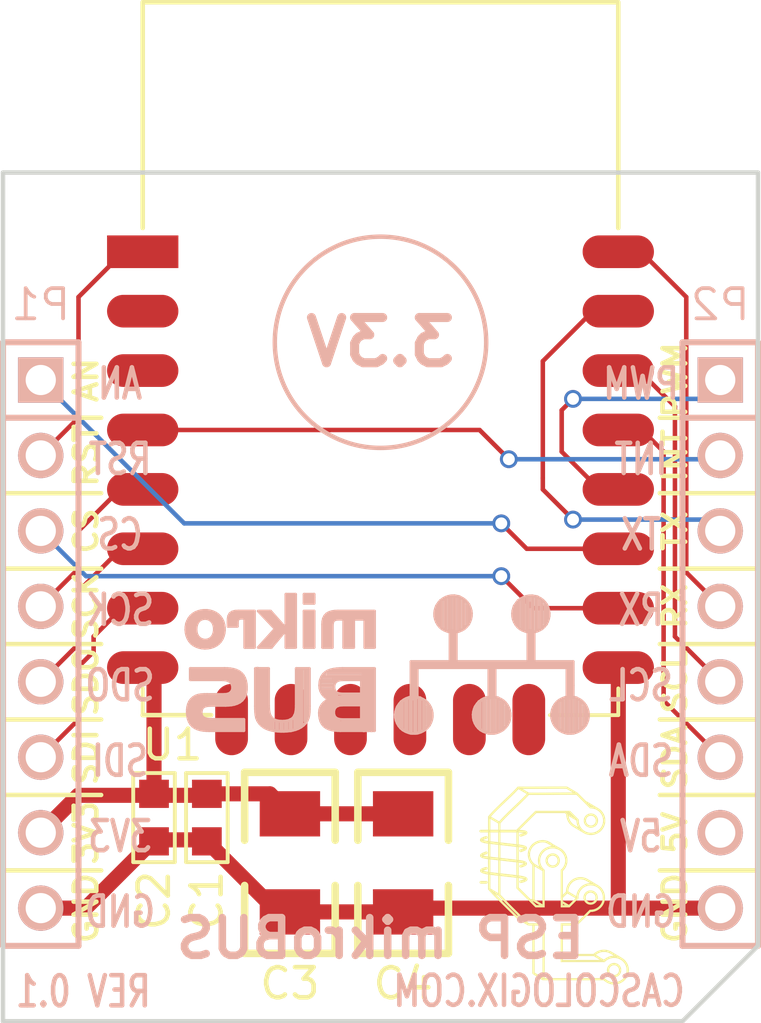
<source format=kicad_pcb>
(kicad_pcb (version 4) (host pcbnew 4.0.4-stable)
  (title_block (title "ESP mikroBUS Module") (date 2016-11-28) (rev 0.1) (company "Casco Logix, LLC"))
  (layers (0 F.Cu signal) (31 B.Cu signal) (34 B.Paste user) (35 F.Paste user) (36 B.SilkS user) (37 F.SilkS user) (38 B.Mask user) (39 F.Mask user) (44 Edge.Cuts user))
  (net 0 "")
  (net 1 +3.3V)
  (net 2 GND)
  (net 3 MOSI)
  (net 4 SCK)
  (net 5 CS)
  (net 6 RST)
  (net 7 AN)
  (net 8 MISO)
  (net 9 SDA)
  (net 10 TX)
  (net 11 RX)
  (net 12 INT)
  (net 13 PWM)
  (net 14 +5V)
  (net 15 SCL)
  (net 16 "Net-(U1-Pad9)")
  (net 17 "Net-(U1-Pad10)")
  (net 18 "Net-(U1-Pad11)")
  (net 19 "Net-(U1-Pad12)")
  (net 20 "Net-(U1-Pad13)")
  (net 21 "Net-(U1-Pad14)")
  (net 22 "Net-(U1-Pad2)")
  (net 23 "Net-(U1-Pad3)")
  (module Header:HEADER_M_2.54MM_1R8P_ST_AU_PTH (layer B.Cu) (at 135.128 113.665 270)
    (fp_text reference P2 (at -11.43 0 360) (layer B.SilkS) (effects (font (size 1.016 1.016) (thickness 0.127)) (justify mirror)))
    (fp_text value HEADER_M_2.54MM_1R8P_ST_AU_PTH hide)
    (pad 6 thru_hole circle (at 3.81 0 270) (size 1.524 1.524) (drill 1.016) (layers *.Cu *.Mask B.SilkS) (net 9 SDA))
    (pad 4 thru_hole circle (at -1.27 0 270) (size 1.524 1.524) (drill 1.016) (layers *.Cu *.Mask B.SilkS) (net 10 TX))
    (pad 3 thru_hole circle (at -3.81 0 270) (size 1.524 1.524) (drill 1.016) (layers *.Cu *.Mask B.SilkS) (net 11 RX))
    (pad 2 thru_hole circle (at -6.35 0 270) (size 1.524 1.524) (drill 1.016) (layers *.Cu *.Mask B.SilkS) (net 12 INT))
    (pad 1 thru_hole rect (at -8.89 0 270) (size 1.524 1.524) (drill 1.016) (layers *.Cu *.Mask B.SilkS) (net 13 PWM))
    (pad 7 thru_hole circle (at 6.35 0 270) (size 1.524 1.524) (drill 1.016) (layers *.Cu *.Mask B.SilkS) (net 14 +5V))
    (pad 8 thru_hole circle (at 8.89 0 270) (size 1.524 1.524) (drill 1.016) (layers *.Cu *.Mask B.SilkS) (net 2 GND))
    (pad 5 thru_hole circle (at 1.27 0 270) (size 1.524 1.524) (drill 1.016) (layers *.Cu *.Mask B.SilkS) (net 15 SCL))
  )
  (module Header:HEADER_M_2.54MM_1R8P_ST_AU_PTH (layer B.Cu) (at 112.268 113.665 270)
    (fp_text reference P1 (at -11.43 0 360) (layer B.SilkS) (effects (font (size 1.016 1.016) (thickness 0.127)) (justify mirror)))
    (fp_text value HEADER_M_2.54MM_1R8P_ST_AU_PTH hide)
    (pad 6 thru_hole circle (at 3.81 0 270) (size 1.524 1.524) (drill 1.016) (layers *.Cu *.Mask B.SilkS) (net 3 MOSI))
    (pad 4 thru_hole circle (at -1.27 0 270) (size 1.524 1.524) (drill 1.016) (layers *.Cu *.Mask B.SilkS) (net 4 SCK))
    (pad 3 thru_hole circle (at -3.81 0 270) (size 1.524 1.524) (drill 1.016) (layers *.Cu *.Mask B.SilkS) (net 5 CS))
    (pad 2 thru_hole circle (at -6.35 0 270) (size 1.524 1.524) (drill 1.016) (layers *.Cu *.Mask B.SilkS) (net 6 RST))
    (pad 1 thru_hole rect (at -8.89 0 270) (size 1.524 1.524) (drill 1.016) (layers *.Cu *.Mask B.SilkS) (net 7 AN))
    (pad 7 thru_hole circle (at 6.35 0 270) (size 1.524 1.524) (drill 1.016) (layers *.Cu *.Mask B.SilkS) (net 1 +3.3V))
    (pad 8 thru_hole circle (at 8.89 0 270) (size 1.524 1.524) (drill 1.016) (layers *.Cu *.Mask B.SilkS) (net 2 GND))
    (pad 5 thru_hole circle (at 1.27 0 270) (size 1.524 1.524) (drill 1.016) (layers *.Cu *.Mask B.SilkS) (net 8 MISO))
  )
  (module Logo:mikroBUS_Small (layer B.Cu) (at 123.698 114.427 180)
    (fp_text reference "" hide)
    (fp_text value "" hide)
  )
  (module RF_Modules:ESP-12E (layer F.Cu) (at 123.698 100.457)
    (fp_text reference U1 (at -7 16.6) (layer F.SilkS))
    (fp_text value ESP-12E)
    (pad 9 smd oval (at -5.01 15.75 90) (size 2.4 1.1) (layers F.Cu F.Paste F.Mask) (net 16 "Net-(U1-Pad9)"))
    (pad 10 smd oval (at -3.01 15.75 90) (size 2.4 1.1) (layers F.Cu F.Paste F.Mask) (net 17 "Net-(U1-Pad10)"))
    (pad 11 smd oval (at -1.01 15.75 90) (size 2.4 1.1) (layers F.Cu F.Paste F.Mask) (net 18 "Net-(U1-Pad11)"))
    (pad 12 smd oval (at 0.99 15.75 90) (size 2.4 1.1) (layers F.Cu F.Paste F.Mask) (net 19 "Net-(U1-Pad12)"))
    (pad 13 smd oval (at 2.99 15.75 90) (size 2.4 1.1) (layers F.Cu F.Paste F.Mask) (net 20 "Net-(U1-Pad13)"))
    (pad 14 smd oval (at 4.99 15.75 90) (size 2.4 1.1) (layers F.Cu F.Paste F.Mask) (net 21 "Net-(U1-Pad14)"))
    (pad 1 smd rect (at -8 0) (size 2.4 1.1) (layers F.Cu F.Paste F.Mask) (net 6 RST))
    (pad 2 smd oval (at -8 2) (size 2.4 1.1) (layers F.Cu F.Paste F.Mask) (net 22 "Net-(U1-Pad2)"))
    (pad 3 smd oval (at -8 4) (size 2.4 1.1) (layers F.Cu F.Paste F.Mask) (net 23 "Net-(U1-Pad3)"))
    (pad 4 smd oval (at -8 6) (size 2.4 1.1) (layers F.Cu F.Paste F.Mask) (net 12 INT))
    (pad 5 smd oval (at -8 8) (size 2.4 1.1) (layers F.Cu F.Paste F.Mask) (net 4 SCK))
    (pad 6 smd oval (at -8 10) (size 2.4 1.1) (layers F.Cu F.Paste F.Mask) (net 8 MISO))
    (pad 7 smd oval (at -8 12) (size 2.4 1.1) (layers F.Cu F.Paste F.Mask) (net 3 MOSI))
    (pad 8 smd oval (at -8 14) (size 2.4 1.1) (layers F.Cu F.Paste F.Mask) (net 1 +3.3V))
    (pad 15 smd oval (at 8 14) (size 2.4 1.1) (layers F.Cu F.Paste F.Mask) (net 2 GND))
    (pad 16 smd oval (at 8 12) (size 2.4 1.1) (layers F.Cu F.Paste F.Mask) (net 5 CS))
    (pad 17 smd oval (at 8 10) (size 2.4 1.1) (layers F.Cu F.Paste F.Mask) (net 7 AN))
    (pad 18 smd oval (at 8 8) (size 2.4 1.1) (layers F.Cu F.Paste F.Mask) (net 13 PWM))
    (pad 19 smd oval (at 8 6) (size 2.4 1.1) (layers F.Cu F.Paste F.Mask) (net 9 SDA))
    (pad 20 smd oval (at 8 4) (size 2.4 1.1) (layers F.Cu F.Paste F.Mask) (net 15 SCL))
    (pad 21 smd oval (at 8 2) (size 2.4 1.1) (layers F.Cu F.Paste F.Mask) (net 11 RX))
    (pad 22 smd oval (at 8 0) (size 2.4 1.1) (layers F.Cu F.Paste F.Mask) (net 10 TX))
  )
  (module Passive:C0603 (layer F.Cu) (at 117.856 119.507 270)
    (fp_text reference C1 (at 2.794 0 270) (layer F.SilkS) (effects (font (size 1.016 1.016) (thickness 0.1524))))
    (fp_text value 0.1uF)
    (pad 1 smd rect (at -0.8 0 270) (size 0.95 1) (layers F.Cu F.Paste F.Mask) (net 1 +3.3V))
    (pad 2 smd rect (at 0.8 0 270) (size 0.95 1) (layers F.Cu F.Paste F.Mask) (net 2 GND))
  )
  (module Passive:C0603 (layer F.Cu) (at 116.078 119.507 270)
    (fp_text reference C2 (at 2.794 0 270) (layer F.SilkS) (effects (font (size 1.016 1.016) (thickness 0.1524))))
    (fp_text value 1uF)
    (pad 1 smd rect (at -0.8 0 270) (size 0.95 1) (layers F.Cu F.Paste F.Mask) (net 1 +3.3V))
    (pad 2 smd rect (at 0.8 0 270) (size 0.95 1) (layers F.Cu F.Paste F.Mask) (net 2 GND))
  )
  (module Passive:1206 (layer F.Cu) (at 120.65 121.031 270)
    (fp_text reference C3 (at 4.064 0 360) (layer F.SilkS) (effects (font (size 1.016 1.016) (thickness 0.1524))))
    (fp_text value 47uF hide)
    (pad 1 smd rect (at -1.651 0 270) (size 1.524 2.032) (layers F.Cu F.Paste F.Mask) (net 1 +3.3V))
    (pad 2 smd rect (at 1.651 0 270) (size 1.524 2.032) (layers F.Cu F.Paste F.Mask) (net 2 GND))
  )
  (module Passive:1206 (layer F.Cu) (at 124.46 121.031 270)
    (fp_text reference C4 (at 4.064 0 360) (layer F.SilkS) (effects (font (size 1.016 1.016) (thickness 0.1524))))
    (fp_text value 47uF hide)
    (pad 1 smd rect (at -1.651 0 270) (size 1.524 2.032) (layers F.Cu F.Paste F.Mask) (net 1 +3.3V))
    (pad 2 smd rect (at 1.651 0 270) (size 1.524 2.032) (layers F.Cu F.Paste F.Mask) (net 2 GND))
  )
  (module Logo:Casco_Logix_Logo_6x6MM (layer F.Cu) (at 129.54 121.793)
    (fp_text reference G*** hide)
    (fp_text value LOGO_5MM_5MM hide)
  )
  (gr_circle (center 123.698 103.505) (end 127.254 103.505) (layer B.SilkS) (width 0.15))
  (gr_text 3.3V (at 123.698 103.505) (layer B.SilkS) (effects (font (thickness 0.3048)) (justify mirror)))
  (gr_text GND (at 132.461 122.682) (layer B.SilkS) (effects (font (size 1.016 0.762) (thickness 0.1524)) (justify mirror)))
  (gr_text 5V (at 132.461 120.142) (layer B.SilkS) (effects (font (size 1.016 0.762) (thickness 0.1524)) (justify mirror)))
  (gr_text SDA (at 132.461 117.602) (layer B.SilkS) (effects (font (size 1.016 0.762) (thickness 0.1524)) (justify mirror)))
  (gr_text SCL (at 132.461 115.062) (layer B.SilkS) (effects (font (size 1.016 0.762) (thickness 0.1524)) (justify mirror)))
  (gr_text RX (at 132.461 112.522) (layer B.SilkS) (effects (font (size 1.016 0.762) (thickness 0.1524)) (justify mirror)))
  (gr_text TX (at 132.461 109.982) (layer B.SilkS) (effects (font (size 1.016 0.762) (thickness 0.1524)) (justify mirror)))
  (gr_text INT (at 132.461 107.442) (layer B.SilkS) (effects (font (size 1.016 0.762) (thickness 0.1524)) (justify mirror)))
  (gr_text PWM (at 132.461 104.902) (layer B.SilkS) (effects (font (size 1.016 0.762) (thickness 0.1524)) (justify mirror)))
  (gr_text AN (at 114.935 104.902) (layer B.SilkS) (effects (font (size 1.016 0.762) (thickness 0.1524)) (justify mirror)))
  (gr_text RST (at 114.935 107.442) (layer B.SilkS) (effects (font (size 1.016 0.762) (thickness 0.1524)) (justify mirror)))
  (gr_text CS (at 114.935 109.982) (layer B.SilkS) (effects (font (size 1.016 0.762) (thickness 0.1524)) (justify mirror)))
  (gr_text SCK (at 114.935 112.522) (layer B.SilkS) (effects (font (size 1.016 0.762) (thickness 0.1524)) (justify mirror)))
  (gr_text SDO (at 114.935 115.062) (layer B.SilkS) (effects (font (size 1.016 0.762) (thickness 0.1524)) (justify mirror)))
  (gr_text SDI (at 114.935 117.602) (layer B.SilkS) (effects (font (size 1.016 0.762) (thickness 0.1524)) (justify mirror)))
  (gr_text 3V3 (at 114.935 120.142) (layer B.SilkS) (effects (font (size 1.016 0.762) (thickness 0.1524)) (justify mirror)))
  (gr_text GND (at 114.935 122.682) (layer B.SilkS) (effects (font (size 1.016 0.762) (thickness 0.1524)) (justify mirror)))
  (gr_text CASCOLOGIX.COM (at 129.032 125.349) (layer B.SilkS) (effects (font (size 1.016 0.762) (thickness 0.1524)) (justify mirror)))
  (gr_text "REV 0.1" (at 113.698 125.365) (layer B.SilkS) (effects (font (size 1.016 0.762) (thickness 0.1524)) (justify mirror)))
  (gr_text "ESP mikroBUS" (at 123.698 123.571) (layer B.SilkS) (effects (font (size 1.27 1.27) (thickness 0.254)) (justify mirror)))
  (gr_text PWM (at 133.604 104.775 90) (layer F.SilkS) (effects (font (size 0.762 0.762) (thickness 0.1524))))
  (gr_text INT (at 133.604 107.315 90) (layer F.SilkS) (effects (font (size 0.762 0.762) (thickness 0.1524))))
  (gr_text TX (at 133.604 109.855 90) (layer F.SilkS) (effects (font (size 0.762 0.762) (thickness 0.1524))))
  (gr_text RX (at 133.604 112.395 90) (layer F.SilkS) (effects (font (size 0.762 0.762) (thickness 0.1524))))
  (gr_text SCL (at 133.604 114.935 90) (layer F.SilkS) (effects (font (size 0.762 0.762) (thickness 0.1524))))
  (gr_text SDA (at 133.604 117.475 90) (layer F.SilkS) (effects (font (size 0.762 0.762) (thickness 0.1524))))
  (gr_text 5V (at 133.604 120.015 90) (layer F.SilkS) (effects (font (size 0.762 0.762) (thickness 0.1524))))
  (gr_text GND (at 133.604 122.555 90) (layer F.SilkS) (effects (font (size 0.762 0.762) (thickness 0.1524))))
  (gr_text GND (at 113.792 122.555 90) (layer F.SilkS) (effects (font (size 0.762 0.762) (thickness 0.1524))))
  (gr_text 3V3 (at 113.792 120.015 90) (layer F.SilkS) (effects (font (size 0.762 0.762) (thickness 0.1524))))
  (gr_text SDI (at 113.792 117.475 90) (layer F.SilkS) (effects (font (size 0.762 0.762) (thickness 0.1524))))
  (gr_text SDO (at 113.792 114.935 90) (layer F.SilkS) (effects (font (size 0.762 0.762) (thickness 0.1524))))
  (gr_text SCK (at 113.792 112.395 90) (layer F.SilkS) (effects (font (size 0.762 0.762) (thickness 0.1524))))
  (gr_text CS (at 113.792 109.855 90) (layer F.SilkS) (effects (font (size 0.762 0.762) (thickness 0.1524))))
  (gr_text RST (at 113.792 107.315 90) (layer F.SilkS) (effects (font (size 0.762 0.762) (thickness 0.1524))))
  (gr_text AN (at 113.792 104.775 90) (layer F.SilkS) (effects (font (size 0.762 0.762) (thickness 0.1524))))
  (gr_line (start 133.096 106.045) (end 136.398 106.045) (angle 90) (layer F.SilkS) (width 0.15))
  (gr_line (start 133.096 108.585) (end 136.398 108.585) (angle 90) (layer F.SilkS) (width 0.15))
  (gr_line (start 133.096 111.125) (end 136.398 111.125) (angle 90) (layer F.SilkS) (width 0.15))
  (gr_line (start 133.096 113.665) (end 136.398 113.665) (angle 90) (layer F.SilkS) (width 0.15))
  (gr_line (start 133.096 116.205) (end 136.398 116.205) (angle 90) (layer F.SilkS) (width 0.15))
  (gr_line (start 133.096 118.745) (end 136.398 118.745) (angle 90) (layer F.SilkS) (width 0.15))
  (gr_line (start 136.398 121.285) (end 133.096 121.285) (angle 90) (layer F.SilkS) (width 0.15))
  (gr_line (start 110.998 121.285) (end 114.3 121.285) (angle 90) (layer F.SilkS) (width 0.15))
  (gr_line (start 110.998 118.745) (end 114.3 118.745) (angle 90) (layer F.SilkS) (width 0.15))
  (gr_line (start 110.998 113.665) (end 114.3 113.665) (angle 90) (layer F.SilkS) (width 0.15))
  (gr_line (start 110.998 111.125) (end 114.3 111.125) (angle 90) (layer F.SilkS) (width 0.15))
  (gr_line (start 110.998 108.585) (end 114.3 108.585) (angle 90) (layer F.SilkS) (width 0.15))
  (gr_line (start 110.998 106.045) (end 114.3 106.045) (angle 90) (layer F.SilkS) (width 0.15))
  (gr_line (start 110.998 116.205) (end 114.3 116.205) (angle 90) (layer F.SilkS) (width 0.15))
  (gr_line (start 133.858 126.365) (end 110.998 126.365) (angle 90) (layer Edge.Cuts) (width 0.15))
  (gr_line (start 136.398 123.825) (end 133.858 126.365) (angle 90) (layer Edge.Cuts) (width 0.15))
  (gr_line (start 136.398 97.79) (end 136.398 123.825) (angle 90) (layer Edge.Cuts) (width 0.15))
  (gr_line (start 110.998 97.79) (end 110.998 126.365) (angle 90) (layer Edge.Cuts) (width 0.15))
  (gr_line (start 136.398 97.79) (end 110.998 97.79) (angle 90) (layer Edge.Cuts) (width 0.15))
  (segment (start 120.65 119.38) (end 124.46 119.38) (width 0.508) (layer F.Cu) (net 1))
  (segment (start 117.856 118.707) (end 119.977 118.707) (width 0.508) (layer F.Cu) (net 1))
  (segment (start 119.977 118.707) (end 120.65 119.38) (width 0.508) (layer F.Cu) (net 1))
  (segment (start 115.698 114.457) (end 116.078 114.837) (width 0.508) (layer F.Cu) (net 1))
  (segment (start 116.078 114.837) (end 116.078 118.757) (width 0.508) (layer F.Cu) (net 1))
  (segment (start 116.078 118.757) (end 113.526 118.757) (width 0.508) (layer F.Cu) (net 1))
  (segment (start 113.526 118.757) (end 112.268 120.015) (width 0.508) (layer F.Cu) (net 1))
  (segment (start 116.078 118.757) (end 117.856 118.757) (width 0.508) (layer F.Cu) (net 1))
  (segment (start 131.698 114.457) (end 131.698 122.555) (width 0.508) (layer F.Cu) (net 2))
  (segment (start 131.698 122.555) (end 131.572 122.555) (width 0.508) (layer F.Cu) (net 2))
  (segment (start 120.65 122.682) (end 120.231 122.682) (width 0.508) (layer F.Cu) (net 2))
  (segment (start 120.231 122.682) (end 117.856 120.307) (width 0.508) (layer F.Cu) (net 2))
  (segment (start 124.46 122.682) (end 120.65 122.682) (width 0.508) (layer F.Cu) (net 2))
  (segment (start 135.128 122.555) (end 131.572 122.555) (width 0.508) (layer F.Cu) (net 2))
  (segment (start 131.572 122.555) (end 124.587 122.555) (width 0.508) (layer F.Cu) (net 2))
  (segment (start 124.587 122.555) (end 124.46 122.682) (width 0.508) (layer F.Cu) (net 2))
  (segment (start 131.698 114.457) (end 131.572 114.583) (width 0.508) (layer F.Cu) (net 2))
  (segment (start 116.078 120.257) (end 117.856 120.257) (width 0.508) (layer F.Cu) (net 2))
  (segment (start 112.268 122.555) (end 113.78 122.555) (width 0.508) (layer F.Cu) (net 2))
  (segment (start 113.78 122.555) (end 116.078 120.257) (width 0.508) (layer F.Cu) (net 2))
  (segment (start 115.698 112.457) (end 115 112.457) (width 0.1524) (layer F.Cu) (net 3))
  (segment (start 115 112.457) (end 114.046 113.411) (width 0.1524) (layer F.Cu) (net 3))
  (segment (start 114.046 113.411) (end 114.046 113.919) (width 0.1524) (layer F.Cu) (net 3))
  (segment (start 114.046 113.919) (end 113.538 114.427) (width 0.1524) (layer F.Cu) (net 3))
  (segment (start 113.538 114.427) (end 113.538 116.205) (width 0.1524) (layer F.Cu) (net 3))
  (segment (start 113.538 116.205) (end 112.268 117.475) (width 0.1524) (layer F.Cu) (net 3))
  (segment (start 115.698 108.457) (end 114.936 108.457) (width 0.1524) (layer F.Cu) (net 4))
  (segment (start 114.936 108.457) (end 113.538 109.855) (width 0.1524) (layer F.Cu) (net 4))
  (segment (start 113.538 109.855) (end 113.538 111.125) (width 0.1524) (layer F.Cu) (net 4))
  (segment (start 113.538 111.125) (end 112.268 112.395) (width 0.1524) (layer F.Cu) (net 4))
  (segment (start 131.698 112.457) (end 128.84 112.457) (width 0.1524) (layer F.Cu) (net 5))
  (via (at 127.762 111.379) (size 0.6) (drill 0.4) (layers F.Cu B.Cu) (net 5))
  (segment (start 128.84 112.457) (end 127.762 111.379) (width 0.1524) (layer F.Cu) (net 5))
  (segment (start 112.268 109.855) (end 113.792 111.379) (width 0.1524) (layer B.Cu) (net 5))
  (segment (start 113.792 111.379) (end 127.762 111.379) (width 0.1524) (layer B.Cu) (net 5))
  (segment (start 131.126 112.457) (end 131.698 112.457) (width 0.1524) (layer F.Cu) (net 5))
  (segment (start 112.268 107.315) (end 113.538 106.045) (width 0.1524) (layer F.Cu) (net 6))
  (segment (start 113.538 101.981) (end 115.062 100.457) (width 0.1524) (layer F.Cu) (net 6))
  (segment (start 113.538 106.045) (end 113.538 101.981) (width 0.1524) (layer F.Cu) (net 6))
  (segment (start 115.062 100.457) (end 115.698 100.457) (width 0.1524) (layer F.Cu) (net 6))
  (segment (start 131.698 110.457) (end 128.618 110.457) (width 0.1524) (layer F.Cu) (net 7))
  (via (at 127.762 109.601) (size 0.6) (drill 0.4) (layers F.Cu B.Cu) (net 7))
  (segment (start 128.618 110.457) (end 127.762 109.601) (width 0.1524) (layer F.Cu) (net 7))
  (segment (start 131.698 110.457) (end 130.904 110.457) (width 0.1524) (layer F.Cu) (net 7))
  (segment (start 127.762 109.601) (end 117.094 109.601) (width 0.1524) (layer B.Cu) (net 7))
  (segment (start 117.094 109.601) (end 112.268 104.775) (width 0.1524) (layer B.Cu) (net 7))
  (segment (start 115.698 110.457) (end 114.968 110.457) (width 0.1524) (layer F.Cu) (net 8))
  (segment (start 114.968 110.457) (end 113.538 111.887) (width 0.1524) (layer F.Cu) (net 8))
  (segment (start 113.538 111.887) (end 113.538 113.665) (width 0.1524) (layer F.Cu) (net 8))
  (segment (start 113.538 113.665) (end 112.268 114.935) (width 0.1524) (layer F.Cu) (net 8))
  (segment (start 132.492 106.457) (end 133.223 107.188) (width 0.1524) (layer F.Cu) (net 9))
  (segment (start 133.223 115.57) (end 135.128 117.475) (width 0.1524) (layer F.Cu) (net 9))
  (segment (start 133.223 107.188) (end 133.223 115.57) (width 0.1524) (layer F.Cu) (net 9))
  (segment (start 132.492 106.457) (end 131.698 106.457) (width 0.1524) (layer F.Cu) (net 9))
  (segment (start 131.698 106.457) (end 132.111 106.457) (width 0.1524) (layer F.Cu) (net 9))
  (segment (start 131.698 100.457) (end 132.461 100.457) (width 0.1524) (layer F.Cu) (net 10))
  (segment (start 132.461 100.457) (end 133.985 101.981) (width 0.1524) (layer F.Cu) (net 10))
  (segment (start 133.985 111.252) (end 135.128 112.395) (width 0.1524) (layer F.Cu) (net 10))
  (segment (start 133.985 101.981) (end 133.985 111.252) (width 0.1524) (layer F.Cu) (net 10))
  (segment (start 129.159 108.077) (end 129.159 108.458) (width 0.1524) (layer F.Cu) (net 11))
  (segment (start 130.842 102.457) (end 129.159 104.14) (width 0.1524) (layer F.Cu) (net 11))
  (segment (start 129.159 104.14) (end 129.159 108.077) (width 0.1524) (layer F.Cu) (net 11))
  (segment (start 130.175 109.474) (end 134.747 109.474) (width 0.1524) (layer B.Cu) (net 11))
  (via (at 130.175 109.474) (size 0.6) (drill 0.4) (layers F.Cu B.Cu) (net 11))
  (segment (start 129.159 108.458) (end 130.175 109.474) (width 0.1524) (layer F.Cu) (net 11))
  (segment (start 134.747 109.474) (end 135.128 109.855) (width 0.1524) (layer B.Cu) (net 11))
  (segment (start 131.698 102.457) (end 130.842 102.457) (width 0.1524) (layer F.Cu) (net 11))
  (segment (start 128.016 107.442) (end 127.031 106.457) (width 0.1524) (layer F.Cu) (net 12))
  (segment (start 127.031 106.457) (end 115.698 106.457) (width 0.1524) (layer F.Cu) (net 12))
  (segment (start 128.016 107.442) (end 128.016 107.442) (width 0.1524) (layer F.Cu) (net 12))
  (segment (start 128.016 107.442) (end 135.001 107.442) (width 0.1524) (layer B.Cu) (net 12))
  (via (at 128.016 107.442) (size 0.6) (drill 0.4) (layers F.Cu B.Cu) (net 12))
  (segment (start 135.001 107.442) (end 135.128 107.315) (width 0.1524) (layer B.Cu) (net 12))
  (segment (start 129.794 107.188) (end 129.794 105.791) (width 0.1524) (layer F.Cu) (net 13))
  (segment (start 131.063 108.457) (end 129.794 107.188) (width 0.1524) (layer F.Cu) (net 13))
  (segment (start 133.477 105.41) (end 134.493 105.41) (width 0.1524) (layer B.Cu) (net 13))
  (segment (start 130.175 105.41) (end 133.477 105.41) (width 0.1524) (layer B.Cu) (net 13))
  (via (at 130.175 105.41) (size 0.6) (drill 0.4) (layers F.Cu B.Cu) (net 13))
  (segment (start 129.794 105.791) (end 130.175 105.41) (width 0.1524) (layer F.Cu) (net 13))
  (segment (start 134.493 105.41) (end 135.128 104.775) (width 0.1524) (layer B.Cu) (net 13))
  (segment (start 131.698 108.457) (end 131.063 108.457) (width 0.1524) (layer F.Cu) (net 13))
  (segment (start 131.698 104.457) (end 132.397 104.457) (width 0.1524) (layer F.Cu) (net 15))
  (segment (start 132.397 104.457) (end 133.604 105.664) (width 0.1524) (layer F.Cu) (net 15))
  (segment (start 133.604 105.664) (end 133.604 113.411) (width 0.1524) (layer F.Cu) (net 15))
  (segment (start 133.604 113.411) (end 135.128 114.935) (width 0.1524) (layer F.Cu) (net 15))
)
</source>
